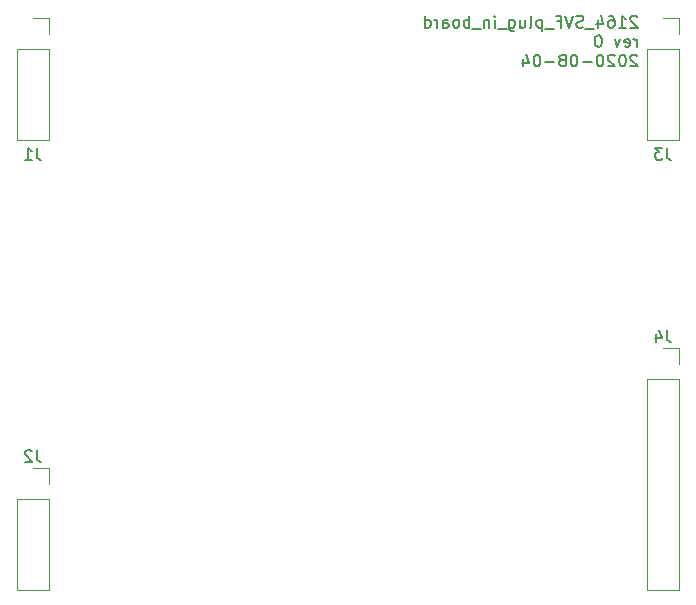
<source format=gbr>
G04 #@! TF.GenerationSoftware,KiCad,Pcbnew,5.1.6-c6e7f7d~87~ubuntu18.04.1*
G04 #@! TF.CreationDate,2020-08-18T13:39:28-04:00*
G04 #@! TF.ProjectId,2164SVF,32313634-5356-4462-9e6b-696361645f70,0*
G04 #@! TF.SameCoordinates,Original*
G04 #@! TF.FileFunction,Legend,Bot*
G04 #@! TF.FilePolarity,Positive*
%FSLAX46Y46*%
G04 Gerber Fmt 4.6, Leading zero omitted, Abs format (unit mm)*
G04 Created by KiCad (PCBNEW 5.1.6-c6e7f7d~87~ubuntu18.04.1) date 2020-08-18 13:39:28*
%MOMM*%
%LPD*%
G01*
G04 APERTURE LIST*
%ADD10C,0.150000*%
%ADD11C,0.120000*%
G04 APERTURE END LIST*
D10*
X145127023Y-67112619D02*
X145079404Y-67065000D01*
X144984166Y-67017380D01*
X144746071Y-67017380D01*
X144650833Y-67065000D01*
X144603214Y-67112619D01*
X144555595Y-67207857D01*
X144555595Y-67303095D01*
X144603214Y-67445952D01*
X145174642Y-68017380D01*
X144555595Y-68017380D01*
X143603214Y-68017380D02*
X144174642Y-68017380D01*
X143888928Y-68017380D02*
X143888928Y-67017380D01*
X143984166Y-67160238D01*
X144079404Y-67255476D01*
X144174642Y-67303095D01*
X142746071Y-67017380D02*
X142936547Y-67017380D01*
X143031785Y-67065000D01*
X143079404Y-67112619D01*
X143174642Y-67255476D01*
X143222261Y-67445952D01*
X143222261Y-67826904D01*
X143174642Y-67922142D01*
X143127023Y-67969761D01*
X143031785Y-68017380D01*
X142841309Y-68017380D01*
X142746071Y-67969761D01*
X142698452Y-67922142D01*
X142650833Y-67826904D01*
X142650833Y-67588809D01*
X142698452Y-67493571D01*
X142746071Y-67445952D01*
X142841309Y-67398333D01*
X143031785Y-67398333D01*
X143127023Y-67445952D01*
X143174642Y-67493571D01*
X143222261Y-67588809D01*
X141793690Y-67350714D02*
X141793690Y-68017380D01*
X142031785Y-66969761D02*
X142269880Y-67684047D01*
X141650833Y-67684047D01*
X141507976Y-68112619D02*
X140746071Y-68112619D01*
X140555595Y-67969761D02*
X140412738Y-68017380D01*
X140174642Y-68017380D01*
X140079404Y-67969761D01*
X140031785Y-67922142D01*
X139984166Y-67826904D01*
X139984166Y-67731666D01*
X140031785Y-67636428D01*
X140079404Y-67588809D01*
X140174642Y-67541190D01*
X140365119Y-67493571D01*
X140460357Y-67445952D01*
X140507976Y-67398333D01*
X140555595Y-67303095D01*
X140555595Y-67207857D01*
X140507976Y-67112619D01*
X140460357Y-67065000D01*
X140365119Y-67017380D01*
X140127023Y-67017380D01*
X139984166Y-67065000D01*
X139698452Y-67017380D02*
X139365119Y-68017380D01*
X139031785Y-67017380D01*
X138365119Y-67493571D02*
X138698452Y-67493571D01*
X138698452Y-68017380D02*
X138698452Y-67017380D01*
X138222261Y-67017380D01*
X138079404Y-68112619D02*
X137317500Y-68112619D01*
X137079404Y-67350714D02*
X137079404Y-68350714D01*
X137079404Y-67398333D02*
X136984166Y-67350714D01*
X136793690Y-67350714D01*
X136698452Y-67398333D01*
X136650833Y-67445952D01*
X136603214Y-67541190D01*
X136603214Y-67826904D01*
X136650833Y-67922142D01*
X136698452Y-67969761D01*
X136793690Y-68017380D01*
X136984166Y-68017380D01*
X137079404Y-67969761D01*
X136031785Y-68017380D02*
X136127023Y-67969761D01*
X136174642Y-67874523D01*
X136174642Y-67017380D01*
X135222261Y-67350714D02*
X135222261Y-68017380D01*
X135650833Y-67350714D02*
X135650833Y-67874523D01*
X135603214Y-67969761D01*
X135507976Y-68017380D01*
X135365119Y-68017380D01*
X135269880Y-67969761D01*
X135222261Y-67922142D01*
X134317500Y-67350714D02*
X134317500Y-68160238D01*
X134365119Y-68255476D01*
X134412738Y-68303095D01*
X134507976Y-68350714D01*
X134650833Y-68350714D01*
X134746071Y-68303095D01*
X134317500Y-67969761D02*
X134412738Y-68017380D01*
X134603214Y-68017380D01*
X134698452Y-67969761D01*
X134746071Y-67922142D01*
X134793690Y-67826904D01*
X134793690Y-67541190D01*
X134746071Y-67445952D01*
X134698452Y-67398333D01*
X134603214Y-67350714D01*
X134412738Y-67350714D01*
X134317500Y-67398333D01*
X134079404Y-68112619D02*
X133317500Y-68112619D01*
X133079404Y-68017380D02*
X133079404Y-67350714D01*
X133079404Y-67017380D02*
X133127023Y-67065000D01*
X133079404Y-67112619D01*
X133031785Y-67065000D01*
X133079404Y-67017380D01*
X133079404Y-67112619D01*
X132603214Y-67350714D02*
X132603214Y-68017380D01*
X132603214Y-67445952D02*
X132555595Y-67398333D01*
X132460357Y-67350714D01*
X132317500Y-67350714D01*
X132222261Y-67398333D01*
X132174642Y-67493571D01*
X132174642Y-68017380D01*
X131936547Y-68112619D02*
X131174642Y-68112619D01*
X130936547Y-68017380D02*
X130936547Y-67017380D01*
X130936547Y-67398333D02*
X130841309Y-67350714D01*
X130650833Y-67350714D01*
X130555595Y-67398333D01*
X130507976Y-67445952D01*
X130460357Y-67541190D01*
X130460357Y-67826904D01*
X130507976Y-67922142D01*
X130555595Y-67969761D01*
X130650833Y-68017380D01*
X130841309Y-68017380D01*
X130936547Y-67969761D01*
X129888928Y-68017380D02*
X129984166Y-67969761D01*
X130031785Y-67922142D01*
X130079404Y-67826904D01*
X130079404Y-67541190D01*
X130031785Y-67445952D01*
X129984166Y-67398333D01*
X129888928Y-67350714D01*
X129746071Y-67350714D01*
X129650833Y-67398333D01*
X129603214Y-67445952D01*
X129555595Y-67541190D01*
X129555595Y-67826904D01*
X129603214Y-67922142D01*
X129650833Y-67969761D01*
X129746071Y-68017380D01*
X129888928Y-68017380D01*
X128698452Y-68017380D02*
X128698452Y-67493571D01*
X128746071Y-67398333D01*
X128841309Y-67350714D01*
X129031785Y-67350714D01*
X129127023Y-67398333D01*
X128698452Y-67969761D02*
X128793690Y-68017380D01*
X129031785Y-68017380D01*
X129127023Y-67969761D01*
X129174642Y-67874523D01*
X129174642Y-67779285D01*
X129127023Y-67684047D01*
X129031785Y-67636428D01*
X128793690Y-67636428D01*
X128698452Y-67588809D01*
X128222261Y-68017380D02*
X128222261Y-67350714D01*
X128222261Y-67541190D02*
X128174642Y-67445952D01*
X128127023Y-67398333D01*
X128031785Y-67350714D01*
X127936547Y-67350714D01*
X127174642Y-68017380D02*
X127174642Y-67017380D01*
X127174642Y-67969761D02*
X127269880Y-68017380D01*
X127460357Y-68017380D01*
X127555595Y-67969761D01*
X127603214Y-67922142D01*
X127650833Y-67826904D01*
X127650833Y-67541190D01*
X127603214Y-67445952D01*
X127555595Y-67398333D01*
X127460357Y-67350714D01*
X127269880Y-67350714D01*
X127174642Y-67398333D01*
X145079404Y-69667380D02*
X145079404Y-69000714D01*
X145079404Y-69191190D02*
X145031785Y-69095952D01*
X144984166Y-69048333D01*
X144888928Y-69000714D01*
X144793690Y-69000714D01*
X144079404Y-69619761D02*
X144174642Y-69667380D01*
X144365119Y-69667380D01*
X144460357Y-69619761D01*
X144507976Y-69524523D01*
X144507976Y-69143571D01*
X144460357Y-69048333D01*
X144365119Y-69000714D01*
X144174642Y-69000714D01*
X144079404Y-69048333D01*
X144031785Y-69143571D01*
X144031785Y-69238809D01*
X144507976Y-69334047D01*
X143698452Y-69000714D02*
X143460357Y-69667380D01*
X143222261Y-69000714D01*
X141888928Y-68667380D02*
X141793690Y-68667380D01*
X141698452Y-68715000D01*
X141650833Y-68762619D01*
X141603214Y-68857857D01*
X141555595Y-69048333D01*
X141555595Y-69286428D01*
X141603214Y-69476904D01*
X141650833Y-69572142D01*
X141698452Y-69619761D01*
X141793690Y-69667380D01*
X141888928Y-69667380D01*
X141984166Y-69619761D01*
X142031785Y-69572142D01*
X142079404Y-69476904D01*
X142127023Y-69286428D01*
X142127023Y-69048333D01*
X142079404Y-68857857D01*
X142031785Y-68762619D01*
X141984166Y-68715000D01*
X141888928Y-68667380D01*
X145127023Y-70412619D02*
X145079404Y-70365000D01*
X144984166Y-70317380D01*
X144746071Y-70317380D01*
X144650833Y-70365000D01*
X144603214Y-70412619D01*
X144555595Y-70507857D01*
X144555595Y-70603095D01*
X144603214Y-70745952D01*
X145174642Y-71317380D01*
X144555595Y-71317380D01*
X143936547Y-70317380D02*
X143841309Y-70317380D01*
X143746071Y-70365000D01*
X143698452Y-70412619D01*
X143650833Y-70507857D01*
X143603214Y-70698333D01*
X143603214Y-70936428D01*
X143650833Y-71126904D01*
X143698452Y-71222142D01*
X143746071Y-71269761D01*
X143841309Y-71317380D01*
X143936547Y-71317380D01*
X144031785Y-71269761D01*
X144079404Y-71222142D01*
X144127023Y-71126904D01*
X144174642Y-70936428D01*
X144174642Y-70698333D01*
X144127023Y-70507857D01*
X144079404Y-70412619D01*
X144031785Y-70365000D01*
X143936547Y-70317380D01*
X143222261Y-70412619D02*
X143174642Y-70365000D01*
X143079404Y-70317380D01*
X142841309Y-70317380D01*
X142746071Y-70365000D01*
X142698452Y-70412619D01*
X142650833Y-70507857D01*
X142650833Y-70603095D01*
X142698452Y-70745952D01*
X143269880Y-71317380D01*
X142650833Y-71317380D01*
X142031785Y-70317380D02*
X141936547Y-70317380D01*
X141841309Y-70365000D01*
X141793690Y-70412619D01*
X141746071Y-70507857D01*
X141698452Y-70698333D01*
X141698452Y-70936428D01*
X141746071Y-71126904D01*
X141793690Y-71222142D01*
X141841309Y-71269761D01*
X141936547Y-71317380D01*
X142031785Y-71317380D01*
X142127023Y-71269761D01*
X142174642Y-71222142D01*
X142222261Y-71126904D01*
X142269880Y-70936428D01*
X142269880Y-70698333D01*
X142222261Y-70507857D01*
X142174642Y-70412619D01*
X142127023Y-70365000D01*
X142031785Y-70317380D01*
X141269880Y-70936428D02*
X140507976Y-70936428D01*
X139841309Y-70317380D02*
X139746071Y-70317380D01*
X139650833Y-70365000D01*
X139603214Y-70412619D01*
X139555595Y-70507857D01*
X139507976Y-70698333D01*
X139507976Y-70936428D01*
X139555595Y-71126904D01*
X139603214Y-71222142D01*
X139650833Y-71269761D01*
X139746071Y-71317380D01*
X139841309Y-71317380D01*
X139936547Y-71269761D01*
X139984166Y-71222142D01*
X140031785Y-71126904D01*
X140079404Y-70936428D01*
X140079404Y-70698333D01*
X140031785Y-70507857D01*
X139984166Y-70412619D01*
X139936547Y-70365000D01*
X139841309Y-70317380D01*
X138936547Y-70745952D02*
X139031785Y-70698333D01*
X139079404Y-70650714D01*
X139127023Y-70555476D01*
X139127023Y-70507857D01*
X139079404Y-70412619D01*
X139031785Y-70365000D01*
X138936547Y-70317380D01*
X138746071Y-70317380D01*
X138650833Y-70365000D01*
X138603214Y-70412619D01*
X138555595Y-70507857D01*
X138555595Y-70555476D01*
X138603214Y-70650714D01*
X138650833Y-70698333D01*
X138746071Y-70745952D01*
X138936547Y-70745952D01*
X139031785Y-70793571D01*
X139079404Y-70841190D01*
X139127023Y-70936428D01*
X139127023Y-71126904D01*
X139079404Y-71222142D01*
X139031785Y-71269761D01*
X138936547Y-71317380D01*
X138746071Y-71317380D01*
X138650833Y-71269761D01*
X138603214Y-71222142D01*
X138555595Y-71126904D01*
X138555595Y-70936428D01*
X138603214Y-70841190D01*
X138650833Y-70793571D01*
X138746071Y-70745952D01*
X138127023Y-70936428D02*
X137365119Y-70936428D01*
X136698452Y-70317380D02*
X136603214Y-70317380D01*
X136507976Y-70365000D01*
X136460357Y-70412619D01*
X136412738Y-70507857D01*
X136365119Y-70698333D01*
X136365119Y-70936428D01*
X136412738Y-71126904D01*
X136460357Y-71222142D01*
X136507976Y-71269761D01*
X136603214Y-71317380D01*
X136698452Y-71317380D01*
X136793690Y-71269761D01*
X136841309Y-71222142D01*
X136888928Y-71126904D01*
X136936547Y-70936428D01*
X136936547Y-70698333D01*
X136888928Y-70507857D01*
X136841309Y-70412619D01*
X136793690Y-70365000D01*
X136698452Y-70317380D01*
X135507976Y-70650714D02*
X135507976Y-71317380D01*
X135746071Y-70269761D02*
X135984166Y-70984047D01*
X135365119Y-70984047D01*
D11*
X148650000Y-115630000D02*
X145990000Y-115630000D01*
X148650000Y-97790000D02*
X148650000Y-115630000D01*
X145990000Y-97790000D02*
X145990000Y-115630000D01*
X148650000Y-97790000D02*
X145990000Y-97790000D01*
X148650000Y-96520000D02*
X148650000Y-95190000D01*
X148650000Y-95190000D02*
X147320000Y-95190000D01*
X148650000Y-77530000D02*
X145990000Y-77530000D01*
X148650000Y-69850000D02*
X148650000Y-77530000D01*
X145990000Y-69850000D02*
X145990000Y-77530000D01*
X148650000Y-69850000D02*
X145990000Y-69850000D01*
X148650000Y-68580000D02*
X148650000Y-67250000D01*
X148650000Y-67250000D02*
X147320000Y-67250000D01*
X95310000Y-115630000D02*
X92650000Y-115630000D01*
X95310000Y-107950000D02*
X95310000Y-115630000D01*
X92650000Y-107950000D02*
X92650000Y-115630000D01*
X95310000Y-107950000D02*
X92650000Y-107950000D01*
X95310000Y-106680000D02*
X95310000Y-105350000D01*
X95310000Y-105350000D02*
X93980000Y-105350000D01*
X95310000Y-77530000D02*
X92650000Y-77530000D01*
X95310000Y-69850000D02*
X95310000Y-77530000D01*
X92650000Y-69850000D02*
X92650000Y-77530000D01*
X95310000Y-69850000D02*
X92650000Y-69850000D01*
X95310000Y-68580000D02*
X95310000Y-67250000D01*
X95310000Y-67250000D02*
X93980000Y-67250000D01*
D10*
X147653333Y-93642380D02*
X147653333Y-94356666D01*
X147700952Y-94499523D01*
X147796190Y-94594761D01*
X147939047Y-94642380D01*
X148034285Y-94642380D01*
X146748571Y-93975714D02*
X146748571Y-94642380D01*
X146986666Y-93594761D02*
X147224761Y-94309047D01*
X146605714Y-94309047D01*
X147653333Y-78192380D02*
X147653333Y-78906666D01*
X147700952Y-79049523D01*
X147796190Y-79144761D01*
X147939047Y-79192380D01*
X148034285Y-79192380D01*
X147272380Y-78192380D02*
X146653333Y-78192380D01*
X146986666Y-78573333D01*
X146843809Y-78573333D01*
X146748571Y-78620952D01*
X146700952Y-78668571D01*
X146653333Y-78763809D01*
X146653333Y-79001904D01*
X146700952Y-79097142D01*
X146748571Y-79144761D01*
X146843809Y-79192380D01*
X147129523Y-79192380D01*
X147224761Y-79144761D01*
X147272380Y-79097142D01*
X94313333Y-103802380D02*
X94313333Y-104516666D01*
X94360952Y-104659523D01*
X94456190Y-104754761D01*
X94599047Y-104802380D01*
X94694285Y-104802380D01*
X93884761Y-103897619D02*
X93837142Y-103850000D01*
X93741904Y-103802380D01*
X93503809Y-103802380D01*
X93408571Y-103850000D01*
X93360952Y-103897619D01*
X93313333Y-103992857D01*
X93313333Y-104088095D01*
X93360952Y-104230952D01*
X93932380Y-104802380D01*
X93313333Y-104802380D01*
X94313333Y-78192380D02*
X94313333Y-78906666D01*
X94360952Y-79049523D01*
X94456190Y-79144761D01*
X94599047Y-79192380D01*
X94694285Y-79192380D01*
X93313333Y-79192380D02*
X93884761Y-79192380D01*
X93599047Y-79192380D02*
X93599047Y-78192380D01*
X93694285Y-78335238D01*
X93789523Y-78430476D01*
X93884761Y-78478095D01*
M02*

</source>
